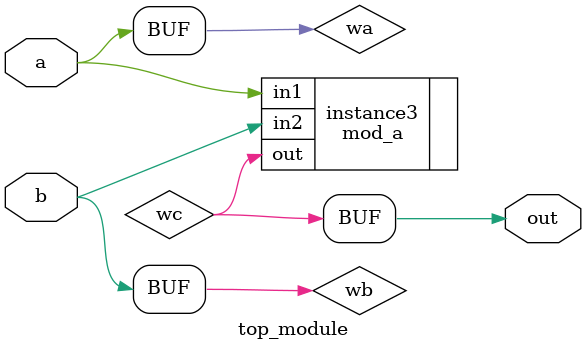
<source format=v>
module top_module(
    input a,b,
    output out
);

wire wa,wb,wc;

mod_a instance3(
    .in1(wa),
    .in2(wb),
    .out(wc)
);
assign wa=a;
assign wb=b;
assign out=wc;
// assign wc=out;  
//내실수
endmodule


</source>
